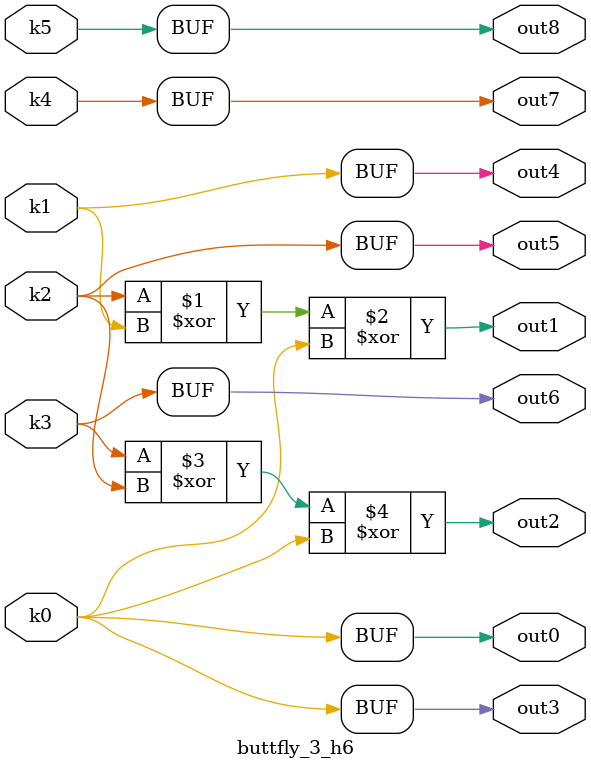
<source format=v>
module buttfly_3(pi0, pi1, pi2, pi3, pi4, pi5, po0, po1, po2, po3, po4, po5, po6, po7, po8);
input pi0, pi1, pi2, pi3, pi4, pi5;
output po0, po1, po2, po3, po4, po5, po6, po7, po8;
wire k0, k1, k2, k3, k4, k5;
buttfly_3_w6 DUT1 (pi0, pi1, pi2, pi3, pi4, pi5, k0, k1, k2, k3, k4, k5);
buttfly_3_h6 DUT2 (k0, k1, k2, k3, k4, k5, po0, po1, po2, po3, po4, po5, po6, po7, po8);
endmodule

module buttfly_3_w6(in5, in4, in3, in2, in1, in0, k5, k4, k3, k2, k1, k0);
input in5, in4, in3, in2, in1, in0;
output k5, k4, k3, k2, k1, k0;
assign k0 =   ((~in4 ^ in1) & (in5 | ~in2)) | (~in5 & in2 & (in4 ^ in1));
assign k1 =   (((in4 & (in1 | (in2 & in5))) | (in1 & in2 & in5)) & (in3 | in0)) | (in3 & in0);
assign k2 =   (((~in4 | (~in1 & (~in2 | ~in5))) & (~in1 | ~in2 | ~in5)) | (~in3 & ~in0)) & (~in3 | ~in0);
assign k3 =   ((in3 ^ in0) & ((in5 & in2 & (in4 | in1)) | (in4 & in1))) | ((~in3 ^ in0) & ((~in4 & ~in1) | ((~in4 | ~in1) & (~in5 | ~in2))));
assign k4 =   (in5 & in2 & (in4 ^ in1)) | ((~in4 ^ in1) & (~in5 | ~in2));
assign k5 =   in5 ^ ~in2;
endmodule

module buttfly_3_h6(k5, k4, k3, k2, k1, k0, out8, out7, out6, out5, out4, out3, out2, out1, out0);
input k5, k4, k3, k2, k1, k0;
output out8, out7, out6, out5, out4, out3, out2, out1, out0;
assign out0 = k0;
assign out1 = k2 ^ k1 ^ k0;
assign out2 = k3 ^ k2 ^ k0;
assign out3 = k0;
assign out4 = k1;
assign out5 = k2;
assign out6 = k3;
assign out7 = k4;
assign out8 = k5;
endmodule

</source>
